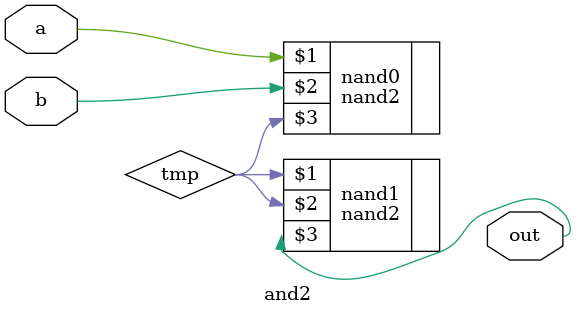
<source format=v>
module and2(input a,input b,output out);  

  wire tmp;
  
  nand2 nand0(a,b,tmp); 
  nand2 nand1(tmp,tmp,out);  
endmodule

</source>
